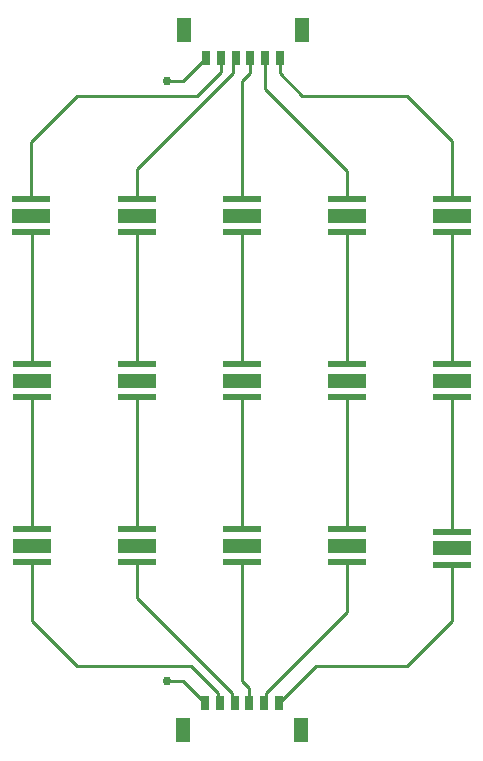
<source format=gbr>
G04 EAGLE Gerber RS-274X export*
G75*
%MOMM*%
%FSLAX34Y34*%
%LPD*%
%INTop Copper*%
%IPPOS*%
%AMOC8*
5,1,8,0,0,1.08239X$1,22.5*%
G01*
G04 Define Apertures*
%ADD10R,3.300000X0.500000*%
%ADD11R,3.300000X1.300000*%
%ADD12R,0.800000X1.200000*%
%ADD13R,1.300000X2.150000*%
%ADD14C,0.254000*%
%ADD15C,0.756400*%
D10*
X393700Y187178D03*
X393700Y215178D03*
D11*
X393700Y201178D03*
D10*
X393700Y328900D03*
X393700Y356900D03*
D11*
X393700Y342900D03*
D10*
X393700Y468600D03*
X393700Y496600D03*
D11*
X393700Y482600D03*
D10*
X304800Y189200D03*
X304800Y217200D03*
D11*
X304800Y203200D03*
D10*
X304800Y328900D03*
X304800Y356900D03*
D11*
X304800Y342900D03*
D10*
X304800Y468600D03*
X304800Y496600D03*
D11*
X304800Y482600D03*
D10*
X127000Y189200D03*
X127000Y217200D03*
D11*
X127000Y203200D03*
D10*
X127000Y328900D03*
X127000Y356900D03*
D11*
X127000Y342900D03*
D10*
X127000Y468600D03*
X127000Y496600D03*
D11*
X127000Y482600D03*
D10*
X38100Y189200D03*
X38100Y217200D03*
D11*
X38100Y203200D03*
D10*
X38100Y328900D03*
X38100Y356900D03*
D11*
X38100Y342900D03*
D10*
X36840Y468600D03*
X36840Y496600D03*
D11*
X36840Y482600D03*
D10*
X215900Y189200D03*
X215900Y217200D03*
D11*
X215900Y203200D03*
D10*
X215900Y328900D03*
X215900Y356900D03*
D11*
X215900Y342900D03*
D10*
X215900Y468600D03*
X215900Y496600D03*
D11*
X215900Y482600D03*
D12*
X184150Y70022D03*
X196650Y70022D03*
X209150Y70022D03*
X221650Y70022D03*
X234150Y70022D03*
X246650Y70022D03*
D13*
X165150Y47072D03*
X265650Y47072D03*
D12*
X247650Y616540D03*
X235150Y616540D03*
X222650Y616540D03*
X210150Y616540D03*
X197650Y616540D03*
X185150Y616540D03*
D13*
X266650Y639490D03*
X166150Y639490D03*
D14*
X278228Y101600D02*
X246650Y70022D01*
X278228Y101600D02*
X355600Y101600D01*
X393700Y139700D01*
X393700Y187178D01*
X236046Y71918D02*
X234150Y70022D01*
X236046Y71918D02*
X236046Y78757D01*
X304800Y147511D02*
X304800Y189200D01*
X304800Y147511D02*
X236046Y78757D01*
X221650Y83150D02*
X221650Y70022D01*
X221650Y83150D02*
X215900Y88900D01*
X215900Y189200D01*
X207254Y71918D02*
X209150Y70022D01*
X207254Y71918D02*
X207254Y78757D01*
X127000Y159011D02*
X127000Y189200D01*
X127000Y159011D02*
X207254Y78757D01*
X76200Y101600D02*
X38100Y139700D01*
X38100Y189200D01*
X194754Y78757D02*
X194754Y71918D01*
X196650Y70022D01*
X171911Y101600D02*
X76200Y101600D01*
X171911Y101600D02*
X194754Y78757D01*
X197650Y604050D02*
X197650Y616540D01*
X197650Y604050D02*
X177800Y584200D01*
X76200Y584200D01*
X36840Y544840D01*
X36840Y496600D01*
X208254Y614644D02*
X210150Y616540D01*
X127000Y521905D02*
X127000Y496600D01*
X208254Y603159D02*
X208254Y614644D01*
X208254Y603159D02*
X127000Y521905D01*
X222650Y603650D02*
X222650Y616540D01*
X222650Y603650D02*
X215900Y596900D01*
X215900Y496600D01*
X235150Y590350D02*
X235150Y616540D01*
X235150Y590350D02*
X304800Y520700D01*
X304800Y496600D01*
X247650Y603250D02*
X247650Y616540D01*
X247650Y603250D02*
X266700Y584200D01*
X355600Y584200D01*
X393700Y546100D01*
X393700Y496600D01*
X393700Y328900D02*
X393700Y215178D01*
X393700Y356900D02*
X393700Y468600D01*
X304800Y328900D02*
X304800Y217200D01*
X304800Y356900D02*
X304800Y468600D01*
X127000Y328900D02*
X127000Y217200D01*
X127000Y356900D02*
X127000Y468600D01*
X38100Y328900D02*
X38100Y217200D01*
X38100Y356900D02*
X38100Y467340D01*
X36840Y468600D01*
X215900Y328900D02*
X215900Y217200D01*
X215900Y356900D02*
X215900Y468600D01*
X165510Y596900D02*
X185150Y616540D01*
X165510Y596900D02*
X152400Y596900D01*
D15*
X152400Y596900D03*
X152400Y88900D03*
D14*
X165272Y88900D01*
X184150Y70022D01*
M02*

</source>
